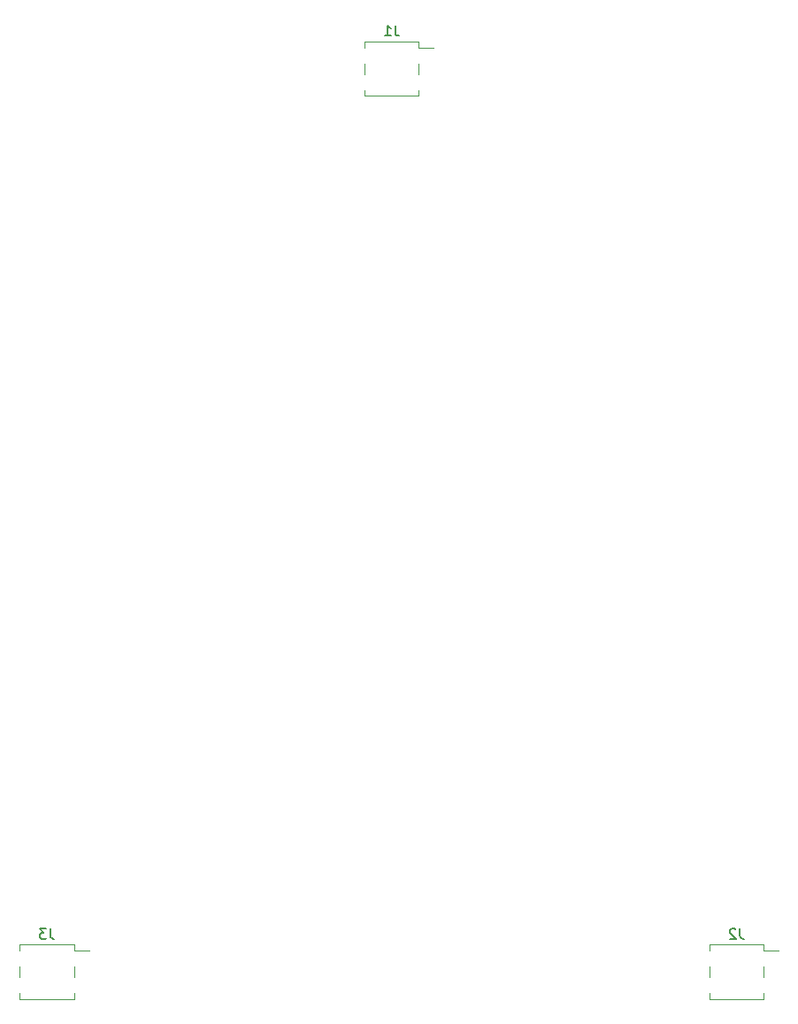
<source format=gbr>
%TF.GenerationSoftware,KiCad,Pcbnew,(6.0.9)*%
%TF.CreationDate,2023-02-14T14:54:29-08:00*%
%TF.ProjectId,DC31_Cnet_Badge_Front,44433331-5f43-46e6-9574-5f4261646765,rev?*%
%TF.SameCoordinates,Original*%
%TF.FileFunction,Legend,Bot*%
%TF.FilePolarity,Positive*%
%FSLAX46Y46*%
G04 Gerber Fmt 4.6, Leading zero omitted, Abs format (unit mm)*
G04 Created by KiCad (PCBNEW (6.0.9)) date 2023-02-14 14:54:29*
%MOMM*%
%LPD*%
G01*
G04 APERTURE LIST*
%ADD10C,0.150000*%
%ADD11C,0.120000*%
G04 APERTURE END LIST*
D10*
%TO.C,J3*%
X67333333Y-138352380D02*
X67333333Y-139066666D01*
X67380952Y-139209523D01*
X67476190Y-139304761D01*
X67619047Y-139352380D01*
X67714285Y-139352380D01*
X66952380Y-138352380D02*
X66333333Y-138352380D01*
X66666666Y-138733333D01*
X66523809Y-138733333D01*
X66428571Y-138780952D01*
X66380952Y-138828571D01*
X66333333Y-138923809D01*
X66333333Y-139161904D01*
X66380952Y-139257142D01*
X66428571Y-139304761D01*
X66523809Y-139352380D01*
X66809523Y-139352380D01*
X66904761Y-139304761D01*
X66952380Y-139257142D01*
%TO.C,J2*%
X133333333Y-138352380D02*
X133333333Y-139066666D01*
X133380952Y-139209523D01*
X133476190Y-139304761D01*
X133619047Y-139352380D01*
X133714285Y-139352380D01*
X132904761Y-138447619D02*
X132857142Y-138400000D01*
X132761904Y-138352380D01*
X132523809Y-138352380D01*
X132428571Y-138400000D01*
X132380952Y-138447619D01*
X132333333Y-138542857D01*
X132333333Y-138638095D01*
X132380952Y-138780952D01*
X132952380Y-139352380D01*
X132333333Y-139352380D01*
%TO.C,J1*%
X100333333Y-51952380D02*
X100333333Y-52666666D01*
X100380952Y-52809523D01*
X100476190Y-52904761D01*
X100619047Y-52952380D01*
X100714285Y-52952380D01*
X99333333Y-52952380D02*
X99904761Y-52952380D01*
X99619047Y-52952380D02*
X99619047Y-51952380D01*
X99714285Y-52095238D01*
X99809523Y-52190476D01*
X99904761Y-52238095D01*
D11*
%TO.C,J3*%
X64400000Y-139900000D02*
X64400000Y-140470000D01*
X64400000Y-144530000D02*
X64400000Y-145100000D01*
X69600000Y-139900000D02*
X69600000Y-140470000D01*
X64400000Y-141990000D02*
X64400000Y-143010000D01*
X69600000Y-139900000D02*
X64400000Y-139900000D01*
X69600000Y-145100000D02*
X64400000Y-145100000D01*
X69600000Y-144530000D02*
X69600000Y-145100000D01*
X71040000Y-140470000D02*
X69600000Y-140470000D01*
X69600000Y-141990000D02*
X69600000Y-143010000D01*
%TO.C,J2*%
X135600000Y-139900000D02*
X130400000Y-139900000D01*
X130400000Y-144530000D02*
X130400000Y-145100000D01*
X137040000Y-140470000D02*
X135600000Y-140470000D01*
X135600000Y-144530000D02*
X135600000Y-145100000D01*
X135600000Y-141990000D02*
X135600000Y-143010000D01*
X135600000Y-145100000D02*
X130400000Y-145100000D01*
X130400000Y-139900000D02*
X130400000Y-140470000D01*
X130400000Y-141990000D02*
X130400000Y-143010000D01*
X135600000Y-139900000D02*
X135600000Y-140470000D01*
%TO.C,J1*%
X97400000Y-55590000D02*
X97400000Y-56610000D01*
X102600000Y-58130000D02*
X102600000Y-58700000D01*
X97400000Y-58130000D02*
X97400000Y-58700000D01*
X104040000Y-54070000D02*
X102600000Y-54070000D01*
X97400000Y-53500000D02*
X97400000Y-54070000D01*
X102600000Y-53500000D02*
X102600000Y-54070000D01*
X102600000Y-55590000D02*
X102600000Y-56610000D01*
X102600000Y-53500000D02*
X97400000Y-53500000D01*
X102600000Y-58700000D02*
X97400000Y-58700000D01*
%TD*%
M02*

</source>
